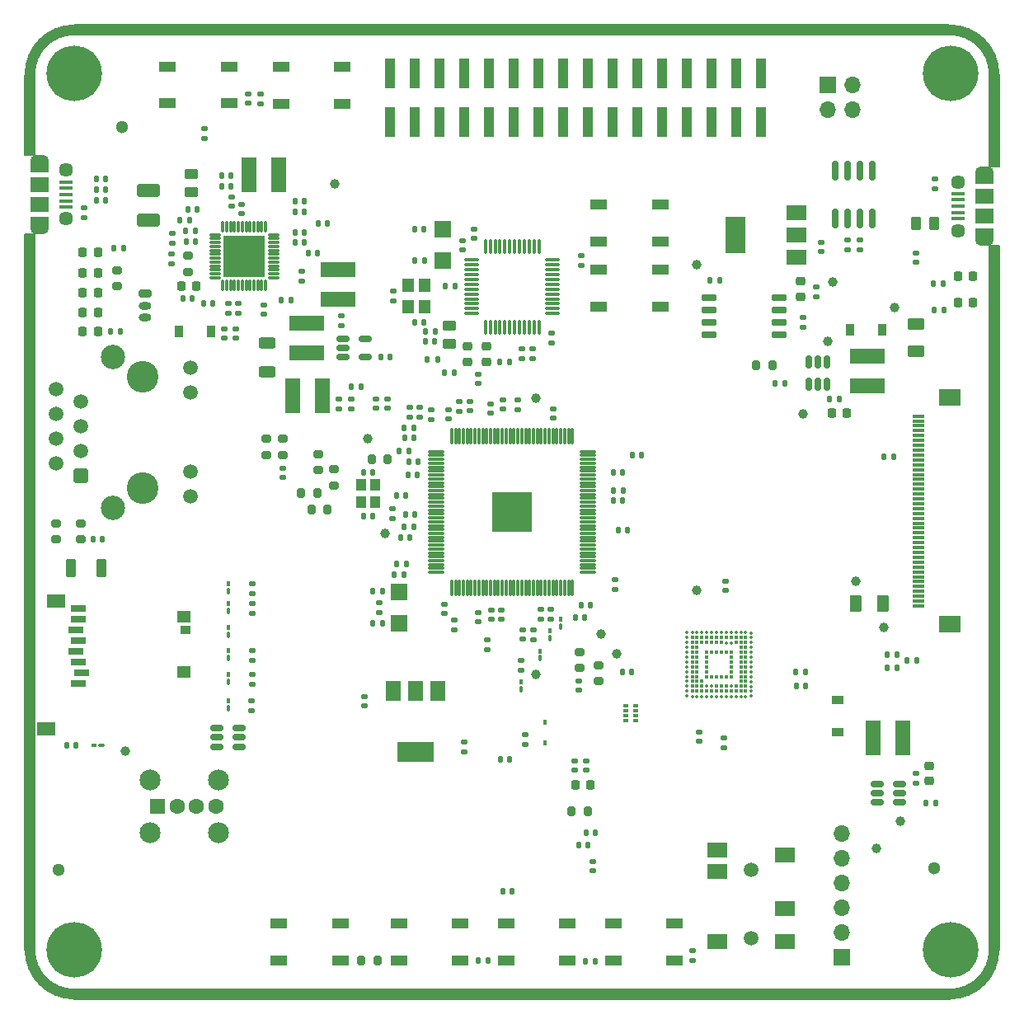
<source format=gbr>
%TF.GenerationSoftware,KiCad,Pcbnew,(6.0.8)*%
%TF.CreationDate,2023-03-24T20:25:16-04:00*%
%TF.ProjectId,lb_mp1,6c625f6d-7031-42e6-9b69-6361645f7063,rev?*%
%TF.SameCoordinates,Original*%
%TF.FileFunction,Soldermask,Top*%
%TF.FilePolarity,Negative*%
%FSLAX46Y46*%
G04 Gerber Fmt 4.6, Leading zero omitted, Abs format (unit mm)*
G04 Created by KiCad (PCBNEW (6.0.8)) date 2023-03-24 20:25:16*
%MOMM*%
%LPD*%
G01*
G04 APERTURE LIST*
G04 Aperture macros list*
%AMRoundRect*
0 Rectangle with rounded corners*
0 $1 Rounding radius*
0 $2 $3 $4 $5 $6 $7 $8 $9 X,Y pos of 4 corners*
0 Add a 4 corners polygon primitive as box body*
4,1,4,$2,$3,$4,$5,$6,$7,$8,$9,$2,$3,0*
0 Add four circle primitives for the rounded corners*
1,1,$1+$1,$2,$3*
1,1,$1+$1,$4,$5*
1,1,$1+$1,$6,$7*
1,1,$1+$1,$8,$9*
0 Add four rect primitives between the rounded corners*
20,1,$1+$1,$2,$3,$4,$5,0*
20,1,$1+$1,$4,$5,$6,$7,0*
20,1,$1+$1,$6,$7,$8,$9,0*
20,1,$1+$1,$8,$9,$2,$3,0*%
G04 Aperture macros list end*
%ADD10C,1.140000*%
%ADD11C,0.150000*%
%ADD12C,1.300000*%
%ADD13RoundRect,0.135000X0.135000X0.185000X-0.135000X0.185000X-0.135000X-0.185000X0.135000X-0.185000X0*%
%ADD14RoundRect,0.150000X-0.150000X0.825000X-0.150000X-0.825000X0.150000X-0.825000X0.150000X0.825000X0*%
%ADD15RoundRect,0.135000X-0.185000X0.135000X-0.185000X-0.135000X0.185000X-0.135000X0.185000X0.135000X0*%
%ADD16RoundRect,0.200000X-0.275000X0.200000X-0.275000X-0.200000X0.275000X-0.200000X0.275000X0.200000X0*%
%ADD17RoundRect,0.200000X-0.450000X0.200000X-0.450000X-0.200000X0.450000X-0.200000X0.450000X0.200000X0*%
%ADD18O,1.300000X0.800000*%
%ADD19RoundRect,0.135000X-0.135000X-0.185000X0.135000X-0.185000X0.135000X0.185000X-0.135000X0.185000X0*%
%ADD20RoundRect,0.140000X0.140000X0.170000X-0.140000X0.170000X-0.140000X-0.170000X0.140000X-0.170000X0*%
%ADD21R,1.700000X1.000000*%
%ADD22RoundRect,0.140000X0.170000X-0.140000X0.170000X0.140000X-0.170000X0.140000X-0.170000X-0.140000X0*%
%ADD23RoundRect,0.200000X0.275000X-0.200000X0.275000X0.200000X-0.275000X0.200000X-0.275000X-0.200000X0*%
%ADD24RoundRect,0.140000X-0.140000X-0.170000X0.140000X-0.170000X0.140000X0.170000X-0.140000X0.170000X0*%
%ADD25O,0.490000X0.280000*%
%ADD26O,0.280000X0.490000*%
%ADD27C,0.370000*%
%ADD28RoundRect,0.135000X0.185000X-0.135000X0.185000X0.135000X-0.185000X0.135000X-0.185000X-0.135000X0*%
%ADD29C,1.500000*%
%ADD30R,2.000000X1.500000*%
%ADD31R,1.600000X1.600000*%
%ADD32C,1.600000*%
%ADD33C,2.150000*%
%ADD34C,5.700000*%
%ADD35RoundRect,0.250000X0.925000X-0.412500X0.925000X0.412500X-0.925000X0.412500X-0.925000X-0.412500X0*%
%ADD36C,1.000000*%
%ADD37RoundRect,0.140000X-0.170000X0.140000X-0.170000X-0.140000X0.170000X-0.140000X0.170000X0.140000X0*%
%ADD38RoundRect,0.100000X0.100000X-0.150000X0.100000X0.150000X-0.100000X0.150000X-0.100000X-0.150000X0*%
%ADD39RoundRect,0.100000X0.100000X-0.208500X0.100000X0.208500X-0.100000X0.208500X-0.100000X-0.208500X0*%
%ADD40R,1.300000X0.300000*%
%ADD41R,2.200000X1.800000*%
%ADD42R,3.600000X1.500000*%
%ADD43R,1.000000X3.150000*%
%ADD44O,1.700000X1.700000*%
%ADD45R,1.700000X1.700000*%
%ADD46R,1.350000X0.400000*%
%ADD47R,1.900000X1.200000*%
%ADD48R,1.900000X1.500000*%
%ADD49C,1.450000*%
%ADD50O,1.900000X1.200000*%
%ADD51R,1.800000X1.750000*%
%ADD52C,3.250000*%
%ADD53RoundRect,0.250500X0.499500X-0.499500X0.499500X0.499500X-0.499500X0.499500X-0.499500X-0.499500X0*%
%ADD54C,2.500000*%
%ADD55RoundRect,0.218750X-0.218750X-0.256250X0.218750X-0.256250X0.218750X0.256250X-0.218750X0.256250X0*%
%ADD56R,0.900000X1.200000*%
%ADD57R,1.500000X0.800000*%
%ADD58R,1.400000X1.300000*%
%ADD59R,1.900000X1.400000*%
%ADD60R,1.000000X0.950000*%
%ADD61R,2.000000X3.800000*%
%ADD62RoundRect,0.050800X0.500000X0.100000X-0.500000X0.100000X-0.500000X-0.100000X0.500000X-0.100000X0*%
%ADD63RoundRect,0.050800X-0.100000X0.500000X-0.100000X-0.500000X0.100000X-0.500000X0.100000X0.500000X0*%
%ADD64RoundRect,0.050800X-0.500000X-0.100000X0.500000X-0.100000X0.500000X0.100000X-0.500000X0.100000X0*%
%ADD65RoundRect,0.050800X0.100000X-0.500000X0.100000X0.500000X-0.100000X0.500000X-0.100000X-0.500000X0*%
%ADD66C,0.711200*%
%ADD67RoundRect,0.250000X-0.625000X0.312500X-0.625000X-0.312500X0.625000X-0.312500X0.625000X0.312500X0*%
%ADD68R,1.500000X3.600000*%
%ADD69RoundRect,0.150000X0.512500X0.150000X-0.512500X0.150000X-0.512500X-0.150000X0.512500X-0.150000X0*%
%ADD70RoundRect,0.150000X-0.650000X-0.150000X0.650000X-0.150000X0.650000X0.150000X-0.650000X0.150000X0*%
%ADD71R,1.200000X1.400000*%
%ADD72RoundRect,0.200000X-0.200000X-0.275000X0.200000X-0.275000X0.200000X0.275000X-0.200000X0.275000X0*%
%ADD73R,1.500000X2.000000*%
%ADD74R,3.800000X2.000000*%
%ADD75RoundRect,0.200000X0.200000X0.275000X-0.200000X0.275000X-0.200000X-0.275000X0.200000X-0.275000X0*%
%ADD76RoundRect,0.225000X0.250000X-0.225000X0.250000X0.225000X-0.250000X0.225000X-0.250000X-0.225000X0*%
%ADD77RoundRect,0.100000X0.150000X0.100000X-0.150000X0.100000X-0.150000X-0.100000X0.150000X-0.100000X0*%
%ADD78RoundRect,0.100000X0.208500X0.100000X-0.208500X0.100000X-0.208500X-0.100000X0.208500X-0.100000X0*%
%ADD79RoundRect,0.075000X-0.662500X-0.075000X0.662500X-0.075000X0.662500X0.075000X-0.662500X0.075000X0*%
%ADD80RoundRect,0.075000X-0.075000X-0.662500X0.075000X-0.662500X0.075000X0.662500X-0.075000X0.662500X0*%
%ADD81RoundRect,0.225000X0.225000X0.250000X-0.225000X0.250000X-0.225000X-0.250000X0.225000X-0.250000X0*%
%ADD82RoundRect,0.250000X0.275000X0.700000X-0.275000X0.700000X-0.275000X-0.700000X0.275000X-0.700000X0*%
%ADD83RoundRect,0.218750X0.256250X-0.218750X0.256250X0.218750X-0.256250X0.218750X-0.256250X-0.218750X0*%
%ADD84RoundRect,0.150000X-0.150000X0.512500X-0.150000X-0.512500X0.150000X-0.512500X0.150000X0.512500X0*%
%ADD85RoundRect,0.250000X-0.450000X0.262500X-0.450000X-0.262500X0.450000X-0.262500X0.450000X0.262500X0*%
%ADD86RoundRect,0.250000X0.262500X0.450000X-0.262500X0.450000X-0.262500X-0.450000X0.262500X-0.450000X0*%
%ADD87RoundRect,0.150000X-0.512500X-0.150000X0.512500X-0.150000X0.512500X0.150000X-0.512500X0.150000X0*%
%ADD88R,0.450000X0.600000*%
%ADD89R,0.500000X0.320000*%
%ADD90RoundRect,0.250000X0.375000X0.625000X-0.375000X0.625000X-0.375000X-0.625000X0.375000X-0.625000X0*%
%ADD91R,1.000000X1.150000*%
%ADD92RoundRect,0.225000X-0.225000X-0.250000X0.225000X-0.250000X0.225000X0.250000X-0.225000X0.250000X0*%
%ADD93R,1.200000X0.900000*%
%ADD94RoundRect,0.250000X0.625000X-0.375000X0.625000X0.375000X-0.625000X0.375000X-0.625000X-0.375000X0*%
%ADD95RoundRect,0.050800X0.800000X-0.123750X0.800000X0.123750X-0.800000X0.123750X-0.800000X-0.123750X0*%
%ADD96RoundRect,0.050800X0.123750X-0.800000X0.123750X0.800000X-0.123750X0.800000X-0.123750X-0.800000X0*%
G04 APERTURE END LIST*
D10*
X104440000Y-47160000D02*
G75*
G03*
X99940000Y-51660000I0J-4500000D01*
G01*
X194440000Y-146160000D02*
G75*
G03*
X198940000Y-141660000I0J4500000D01*
G01*
D11*
X199440000Y-141600000D02*
X198440000Y-141600000D01*
X198440000Y-141600000D02*
X198440000Y-69310000D01*
X198440000Y-69310000D02*
X199440000Y-69310000D01*
X199440000Y-69310000D02*
X199440000Y-141600000D01*
G36*
X199440000Y-141600000D02*
G01*
X198440000Y-141600000D01*
X198440000Y-69310000D01*
X199440000Y-69310000D01*
X199440000Y-141600000D01*
G37*
X100440000Y-59980000D02*
X99440000Y-59980000D01*
X99440000Y-59980000D02*
X99440000Y-51780000D01*
X99440000Y-51780000D02*
X100440000Y-51780000D01*
X100440000Y-51780000D02*
X100440000Y-59980000D01*
G36*
X100440000Y-59980000D02*
G01*
X99440000Y-59980000D01*
X99440000Y-51780000D01*
X100440000Y-51780000D01*
X100440000Y-59980000D01*
G37*
D10*
X99940000Y-141660000D02*
G75*
G03*
X104440000Y-146160000I4500000J0D01*
G01*
X198940000Y-51650022D02*
G75*
G03*
X194430000Y-47160000I-4500000J-9978D01*
G01*
D11*
X199440000Y-61180000D02*
X198440000Y-61180000D01*
X198440000Y-61180000D02*
X198440000Y-51730000D01*
X198440000Y-51730000D02*
X199440000Y-51730000D01*
X199440000Y-51730000D02*
X199440000Y-61180000D01*
G36*
X199440000Y-61180000D02*
G01*
X198440000Y-61180000D01*
X198440000Y-51730000D01*
X199440000Y-51730000D01*
X199440000Y-61180000D01*
G37*
X194340000Y-47660000D02*
X104520000Y-47660000D01*
X104520000Y-47660000D02*
X104520000Y-46660000D01*
X104520000Y-46660000D02*
X194340000Y-46660000D01*
X194340000Y-46660000D02*
X194340000Y-47660000D01*
G36*
X194340000Y-47660000D02*
G01*
X104520000Y-47660000D01*
X104520000Y-46660000D01*
X194340000Y-46660000D01*
X194340000Y-47660000D01*
G37*
X99440000Y-68120000D02*
X100440000Y-68120000D01*
X100440000Y-68120000D02*
X100440000Y-141590000D01*
X100440000Y-141590000D02*
X99440000Y-141590000D01*
X99440000Y-141590000D02*
X99440000Y-68120000D01*
G36*
X99440000Y-68120000D02*
G01*
X100440000Y-68120000D01*
X100440000Y-141590000D01*
X99440000Y-141590000D01*
X99440000Y-68120000D01*
G37*
X104510000Y-146660000D02*
X194390000Y-146660000D01*
X194390000Y-146660000D02*
X194390000Y-145660000D01*
X194390000Y-145660000D02*
X104510000Y-145660000D01*
X104510000Y-145660000D02*
X104510000Y-146660000D01*
G36*
X104510000Y-146660000D02*
G01*
X194390000Y-146660000D01*
X194390000Y-145660000D01*
X104510000Y-145660000D01*
X104510000Y-146660000D01*
G37*
%TO.C,U2*%
G36*
X124040000Y-72490000D02*
G01*
X119840000Y-72490000D01*
X119840000Y-68290000D01*
X124040000Y-68290000D01*
X124040000Y-72490000D01*
G37*
%TO.C,U8*%
G36*
X151440000Y-98660000D02*
G01*
X147440000Y-98660000D01*
X147440000Y-94660000D01*
X151440000Y-94660000D01*
X151440000Y-98660000D01*
G37*
%TD*%
D12*
%TO.C,*%
X192790000Y-133240000D03*
%TD*%
%TO.C,*%
X102860000Y-133400000D03*
%TD*%
%TO.C,REF\u002A\u002A*%
X109400000Y-57100000D03*
%TD*%
D13*
%TO.C,R64*%
X158000000Y-142800000D03*
X156980000Y-142800000D03*
%TD*%
D14*
%TO.C,U4*%
X186445000Y-61585000D03*
X185175000Y-61585000D03*
X183905000Y-61585000D03*
X182635000Y-61585000D03*
X182635000Y-66535000D03*
X183905000Y-66535000D03*
X185175000Y-66535000D03*
X186445000Y-66535000D03*
%TD*%
D15*
%TO.C,R65*%
X150800000Y-119490000D03*
X150800000Y-120510000D03*
%TD*%
D16*
%TO.C,R58*%
X158300000Y-112375000D03*
X158300000Y-114025000D03*
%TD*%
D17*
%TO.C,J3*%
X111790000Y-74210000D03*
D18*
X111790000Y-75460000D03*
X111790000Y-76710000D03*
%TD*%
D15*
%TO.C,R5*%
X105490000Y-65400000D03*
X105490000Y-66420000D03*
%TD*%
D19*
%TO.C,R31*%
X192730000Y-73180000D03*
X193750000Y-73180000D03*
%TD*%
D20*
%TO.C,C3*%
X120600000Y-62110000D03*
X119640000Y-62110000D03*
%TD*%
D21*
%TO.C,SW2*%
X114060000Y-54700000D03*
X120360000Y-54700000D03*
X114060000Y-50900000D03*
X120360000Y-50900000D03*
%TD*%
D22*
%TO.C,C41*%
X144020000Y-86310000D03*
X144020000Y-85350000D03*
%TD*%
D23*
%TO.C,R52*%
X156340000Y-112685000D03*
X156340000Y-111035000D03*
%TD*%
D20*
%TO.C,C76*%
X138510000Y-94950000D03*
X137550000Y-94950000D03*
%TD*%
D24*
%TO.C,C18*%
X116130000Y-65590000D03*
X117090000Y-65590000D03*
%TD*%
D25*
%TO.C,U9*%
X167380000Y-115560000D03*
X167380000Y-115060000D03*
X167380000Y-114560000D03*
X167380000Y-114060000D03*
X167380000Y-113560000D03*
X167380000Y-113060000D03*
X167380000Y-112560000D03*
X167380000Y-112060000D03*
X167380000Y-111560000D03*
X167380000Y-111060000D03*
X167380000Y-110560000D03*
X167380000Y-110060000D03*
X167380000Y-109560000D03*
X167380000Y-109060000D03*
D26*
X167940000Y-115620000D03*
D27*
X167940000Y-115060000D03*
X167940000Y-114560000D03*
X167940000Y-114060000D03*
X167940000Y-113560000D03*
X167940000Y-113060000D03*
X167940000Y-112560000D03*
X167940000Y-112060000D03*
X167940000Y-111560000D03*
X167940000Y-111060000D03*
X167940000Y-110560000D03*
X167940000Y-110060000D03*
X167940000Y-109560000D03*
D26*
X167940000Y-109000000D03*
X168440000Y-115620000D03*
D27*
X168440000Y-115060000D03*
X168440000Y-114560000D03*
X168440000Y-114060000D03*
X168440000Y-113560000D03*
X168440000Y-113060000D03*
X168440000Y-112560000D03*
X168440000Y-112060000D03*
X168440000Y-111560000D03*
X168440000Y-111060000D03*
X168440000Y-110560000D03*
X168440000Y-110060000D03*
X168440000Y-109560000D03*
D26*
X168440000Y-109000000D03*
X168940000Y-115620000D03*
D27*
X168940000Y-115060000D03*
X168940000Y-114560000D03*
X168940000Y-114060000D03*
X168940000Y-110060000D03*
X168940000Y-109560000D03*
D26*
X168940000Y-109000000D03*
X169440000Y-115620000D03*
D27*
X169440000Y-115060000D03*
D26*
X169440000Y-114500000D03*
D27*
X169440000Y-113560000D03*
X169440000Y-113060000D03*
X169440000Y-112560000D03*
X169440000Y-112060000D03*
X169440000Y-111560000D03*
X169440000Y-111060000D03*
X169440000Y-110060000D03*
X169440000Y-109560000D03*
D26*
X169440000Y-109000000D03*
X169940000Y-115620000D03*
D27*
X169940000Y-115060000D03*
D26*
X169940000Y-114500000D03*
D27*
X169940000Y-113560000D03*
X169940000Y-111060000D03*
X169940000Y-110060000D03*
X169940000Y-109560000D03*
D26*
X169940000Y-109000000D03*
X170440000Y-115620000D03*
D27*
X170440000Y-115060000D03*
X170440000Y-114560000D03*
X170440000Y-113560000D03*
X170440000Y-111060000D03*
X170440000Y-110060000D03*
X170440000Y-109560000D03*
D26*
X170440000Y-109000000D03*
X170940000Y-115620000D03*
D27*
X170940000Y-115060000D03*
X170940000Y-114560000D03*
X170940000Y-113560000D03*
X170940000Y-111060000D03*
X170940000Y-110060000D03*
X170940000Y-109560000D03*
D26*
X170940000Y-109000000D03*
X171440000Y-115620000D03*
D27*
X171440000Y-115060000D03*
X171440000Y-114560000D03*
X171440000Y-113560000D03*
X171440000Y-111060000D03*
D26*
X171440000Y-110120000D03*
D27*
X171440000Y-109560000D03*
D26*
X171440000Y-109000000D03*
X171940000Y-115620000D03*
D27*
X171940000Y-115060000D03*
D26*
X171940000Y-114500000D03*
D27*
X171940000Y-113560000D03*
X171940000Y-113060000D03*
X171940000Y-112560000D03*
X171940000Y-112060000D03*
X171940000Y-111560000D03*
X171940000Y-111060000D03*
D26*
X171940000Y-110120000D03*
D27*
X171940000Y-109560000D03*
D26*
X171940000Y-109000000D03*
X172440000Y-115620000D03*
D27*
X172440000Y-115060000D03*
X172440000Y-114560000D03*
X172440000Y-110060000D03*
X172440000Y-109560000D03*
D26*
X172440000Y-109000000D03*
X172940000Y-115620000D03*
D27*
X172940000Y-115060000D03*
X172940000Y-114560000D03*
X172940000Y-114060000D03*
X172940000Y-113560000D03*
X172940000Y-113060000D03*
X172940000Y-112560000D03*
X172940000Y-112060000D03*
X172940000Y-111560000D03*
X172940000Y-111060000D03*
X172940000Y-110560000D03*
X172940000Y-110060000D03*
X172940000Y-109560000D03*
D26*
X172940000Y-109000000D03*
X173440000Y-115620000D03*
D27*
X173440000Y-115060000D03*
X173440000Y-114560000D03*
X173440000Y-114060000D03*
X173440000Y-113560000D03*
X173440000Y-113060000D03*
X173440000Y-112560000D03*
X173440000Y-112060000D03*
X173440000Y-111560000D03*
X173440000Y-111060000D03*
X173440000Y-110560000D03*
X173440000Y-110060000D03*
X173440000Y-109560000D03*
D26*
X173440000Y-109000000D03*
D25*
X174000000Y-115570000D03*
X174000000Y-115070000D03*
X174000000Y-114570000D03*
X174000000Y-114070000D03*
X174000000Y-113570000D03*
X174000000Y-113070000D03*
X174000000Y-112570000D03*
X174000000Y-112070000D03*
X174000000Y-111570000D03*
X174000000Y-111070000D03*
X174000000Y-110570000D03*
X174000000Y-110070000D03*
X174000000Y-109570000D03*
X174000000Y-109070000D03*
%TD*%
D20*
%TO.C,C63*%
X139820000Y-91460000D03*
X138860000Y-91460000D03*
%TD*%
D28*
%TO.C,R50*%
X153390000Y-107660000D03*
X153390000Y-106640000D03*
%TD*%
D24*
%TO.C,C104*%
X156270000Y-130830000D03*
X157230000Y-130830000D03*
%TD*%
D19*
%TO.C,R9*%
X132950000Y-83830000D03*
X133970000Y-83830000D03*
%TD*%
D24*
%TO.C,C45*%
X140590000Y-78150000D03*
X141550000Y-78150000D03*
%TD*%
D19*
%TO.C,R19*%
X142550000Y-73460000D03*
X143570000Y-73460000D03*
%TD*%
D29*
%TO.C,J9*%
X174000000Y-140415000D03*
X174000000Y-133415000D03*
D30*
X177500000Y-140815000D03*
X170500000Y-140815000D03*
X177500000Y-137415000D03*
X170500000Y-133615000D03*
X170500000Y-131415000D03*
X177500000Y-131915000D03*
%TD*%
D20*
%TO.C,C2*%
X120600000Y-63240000D03*
X119640000Y-63240000D03*
%TD*%
D31*
%TO.C,J8*%
X113030000Y-126860000D03*
D32*
X115030000Y-126860000D03*
X117030000Y-126860000D03*
X119030000Y-126860000D03*
D33*
X119300000Y-124140000D03*
X119300000Y-129580000D03*
X112300000Y-124140000D03*
X112300000Y-129580000D03*
%TD*%
D23*
%TO.C,R10*%
X116140000Y-71985000D03*
X116140000Y-70335000D03*
%TD*%
D20*
%TO.C,C64*%
X139330000Y-98190000D03*
X138370000Y-98190000D03*
%TD*%
D16*
%TO.C,R34*%
X131180000Y-92275000D03*
X131180000Y-93925000D03*
%TD*%
D24*
%TO.C,C12*%
X135940000Y-80760000D03*
X136900000Y-80760000D03*
%TD*%
D34*
%TO.C,H1*%
X104440000Y-51660000D03*
%TD*%
D35*
%TO.C,C6*%
X112140000Y-66697500D03*
X112140000Y-63622500D03*
%TD*%
D36*
%TO.C,TP1*%
X131220000Y-62990000D03*
%TD*%
D19*
%TO.C,R20*%
X140760000Y-81000000D03*
X141780000Y-81000000D03*
%TD*%
D13*
%TO.C,R21*%
X143520000Y-82370000D03*
X142500000Y-82370000D03*
%TD*%
D16*
%TO.C,R35*%
X125870000Y-89135000D03*
X125870000Y-90785000D03*
%TD*%
D36*
%TO.C,TP17*%
X186900000Y-131180000D03*
%TD*%
D28*
%TO.C,R49*%
X146860000Y-110800000D03*
X146860000Y-109780000D03*
%TD*%
D16*
%TO.C,R36*%
X129520000Y-90725000D03*
X129520000Y-92375000D03*
%TD*%
D22*
%TO.C,C13*%
X135470000Y-86030000D03*
X135470000Y-85070000D03*
%TD*%
D34*
%TO.C,H4*%
X194440000Y-141660000D03*
%TD*%
D37*
%TO.C,C81*%
X143500000Y-107780000D03*
X143500000Y-108740000D03*
%TD*%
D38*
%TO.C,D17*%
X154440000Y-107640000D03*
D39*
X154440000Y-108388500D03*
%TD*%
D37*
%TO.C,C78*%
X145940000Y-106990000D03*
X145940000Y-107950000D03*
%TD*%
D22*
%TO.C,C51*%
X145960000Y-83460000D03*
X145960000Y-82500000D03*
%TD*%
D20*
%TO.C,C16*%
X118720000Y-75260000D03*
X117760000Y-75260000D03*
%TD*%
D37*
%TO.C,C4*%
X122340000Y-53730000D03*
X122340000Y-54690000D03*
%TD*%
D20*
%TO.C,C65*%
X139720000Y-92860000D03*
X138760000Y-92860000D03*
%TD*%
D40*
%TO.C,U10*%
X191140000Y-106310000D03*
X191140000Y-105810000D03*
X191140000Y-105310000D03*
X191140000Y-104810000D03*
X191140000Y-104310000D03*
X191140000Y-103810000D03*
X191140000Y-103310000D03*
X191140000Y-102810000D03*
X191140000Y-102310000D03*
X191140000Y-101810000D03*
X191140000Y-101310000D03*
X191140000Y-100810000D03*
X191140000Y-100310000D03*
X191140000Y-99810000D03*
X191140000Y-99310000D03*
X191140000Y-98810000D03*
X191140000Y-98310000D03*
X191140000Y-97810000D03*
X191140000Y-97310000D03*
X191140000Y-96810000D03*
X191140000Y-96310000D03*
X191140000Y-95810000D03*
X191140000Y-95310000D03*
X191140000Y-94810000D03*
X191140000Y-94310000D03*
X191140000Y-93810000D03*
X191140000Y-93310000D03*
X191140000Y-92810000D03*
X191140000Y-92310000D03*
X191140000Y-91810000D03*
X191140000Y-91310000D03*
X191140000Y-90810000D03*
X191140000Y-90310000D03*
X191140000Y-89810000D03*
X191140000Y-89310000D03*
X191140000Y-88810000D03*
X191140000Y-88310000D03*
X191140000Y-87810000D03*
X191140000Y-87310000D03*
X191140000Y-86810000D03*
D41*
X194390000Y-84910000D03*
X194390000Y-108210000D03*
%TD*%
D15*
%TO.C,R1*%
X123640000Y-53700000D03*
X123640000Y-54720000D03*
%TD*%
D24*
%TO.C,C20*%
X127130000Y-69000000D03*
X128090000Y-69000000D03*
%TD*%
D21*
%TO.C,SW8*%
X166150000Y-142700000D03*
X159850000Y-142700000D03*
X166150000Y-138900000D03*
X159850000Y-138900000D03*
%TD*%
D13*
%TO.C,R15*%
X139400000Y-87990000D03*
X138380000Y-87990000D03*
%TD*%
D42*
%TO.C,L3*%
X128320000Y-77245000D03*
X128320000Y-80295000D03*
%TD*%
D43*
%TO.C,J1*%
X136906000Y-56627000D03*
X136906000Y-51577000D03*
X139446000Y-56627000D03*
X139446000Y-51577000D03*
X141986000Y-56627000D03*
X141986000Y-51577000D03*
X144526000Y-56627000D03*
X144526000Y-51577000D03*
X147066000Y-56627000D03*
X147066000Y-51577000D03*
X149606000Y-56627000D03*
X149606000Y-51577000D03*
X152146000Y-56627000D03*
X152146000Y-51577000D03*
X154686000Y-56627000D03*
X154686000Y-51577000D03*
X157226000Y-56627000D03*
X157226000Y-51577000D03*
X159766000Y-56627000D03*
X159766000Y-51577000D03*
X162306000Y-56627000D03*
X162306000Y-51577000D03*
X164846000Y-56627000D03*
X164846000Y-51577000D03*
X167386000Y-56627000D03*
X167386000Y-51577000D03*
X169926000Y-56627000D03*
X169926000Y-51577000D03*
X172466000Y-56627000D03*
X172466000Y-51577000D03*
X175006000Y-56627000D03*
X175006000Y-51577000D03*
%TD*%
D22*
%TO.C,C52*%
X150040000Y-86140000D03*
X150040000Y-85180000D03*
%TD*%
%TO.C,C28*%
X120640000Y-65240000D03*
X120640000Y-64280000D03*
%TD*%
D34*
%TO.C,H3*%
X104440000Y-141660000D03*
%TD*%
D15*
%TO.C,R22*%
X150440000Y-79870000D03*
X150440000Y-80890000D03*
%TD*%
D44*
%TO.C,J10*%
X183300000Y-129650000D03*
X183300000Y-132190000D03*
X183300000Y-134730000D03*
X183300000Y-137270000D03*
X183300000Y-139810000D03*
D45*
X183300000Y-142350000D03*
%TD*%
D46*
%TO.C,J4*%
X103602500Y-62760000D03*
X103602500Y-63410000D03*
X103602500Y-64060000D03*
X103602500Y-64710000D03*
X103602500Y-65360000D03*
D47*
X100902500Y-61160000D03*
D48*
X100902500Y-65060000D03*
D49*
X103602500Y-66560000D03*
D47*
X100902500Y-66960000D03*
D50*
X100902500Y-67560000D03*
D48*
X100902500Y-63060000D03*
D49*
X103602500Y-61560000D03*
D50*
X100902500Y-60560000D03*
%TD*%
D51*
%TO.C,Y2*%
X142310000Y-70855000D03*
X142310000Y-67605000D03*
%TD*%
D15*
%TO.C,R23*%
X151520000Y-79880000D03*
X151520000Y-80900000D03*
%TD*%
D24*
%TO.C,C5*%
X106770000Y-63580000D03*
X107730000Y-63580000D03*
%TD*%
D37*
%TO.C,C103*%
X157700000Y-132520000D03*
X157700000Y-133480000D03*
%TD*%
D42*
%TO.C,L2*%
X131550000Y-71795000D03*
X131550000Y-74845000D03*
%TD*%
D52*
%TO.C,J7*%
X111527500Y-94175000D03*
X111527500Y-82745000D03*
D53*
X105167500Y-92900000D03*
D29*
X102627500Y-91640000D03*
X105167500Y-90360000D03*
X102627500Y-89100000D03*
X105167500Y-87820000D03*
X102627500Y-86560000D03*
X105167500Y-85280000D03*
X102627500Y-84020000D03*
X116427500Y-95085000D03*
X116427500Y-92545000D03*
X116427500Y-84375000D03*
X116427500Y-81835000D03*
D54*
X108477500Y-96205000D03*
X108477500Y-80715000D03*
%TD*%
D20*
%TO.C,C30*%
X130500000Y-67000000D03*
X129540000Y-67000000D03*
%TD*%
D55*
%TO.C,D11*%
X195232500Y-75190000D03*
X196807500Y-75190000D03*
%TD*%
D56*
%TO.C,D9*%
X187490000Y-77960000D03*
X184190000Y-77960000D03*
%TD*%
D22*
%TO.C,C21*%
X136650000Y-86020000D03*
X136650000Y-85060000D03*
%TD*%
D57*
%TO.C,J6*%
X104880000Y-114300000D03*
X105280000Y-113200000D03*
X104880000Y-112100000D03*
X104680000Y-111000000D03*
X104880000Y-109900000D03*
X104680000Y-108800000D03*
X104880000Y-107700000D03*
X104880000Y-106600000D03*
D58*
X115740000Y-107410000D03*
X115740000Y-113110000D03*
D59*
X102590000Y-105810000D03*
X101590000Y-118960000D03*
D60*
X115940000Y-108800000D03*
%TD*%
D46*
%TO.C,J5*%
X195277500Y-66560000D03*
X195277500Y-65910000D03*
X195277500Y-65260000D03*
X195277500Y-64610000D03*
X195277500Y-63960000D03*
D50*
X197977500Y-61760000D03*
D49*
X195277500Y-62760000D03*
D50*
X197977500Y-68760000D03*
D47*
X197977500Y-68160000D03*
D48*
X197977500Y-64260000D03*
D49*
X195277500Y-67760000D03*
D48*
X197977500Y-66260000D03*
D47*
X197977500Y-62360000D03*
%TD*%
D22*
%TO.C,C90*%
X142510000Y-107080000D03*
X142510000Y-106120000D03*
%TD*%
D20*
%TO.C,C66*%
X138570000Y-102000000D03*
X137610000Y-102000000D03*
%TD*%
D38*
%TO.C,D19*%
X153310000Y-108850000D03*
D39*
X153310000Y-109598500D03*
%TD*%
D38*
%TO.C,D18*%
X152340000Y-110940000D03*
D39*
X152340000Y-111688500D03*
%TD*%
D37*
%TO.C,C9*%
X121080000Y-77870000D03*
X121080000Y-78830000D03*
%TD*%
D24*
%TO.C,C53*%
X140560000Y-79130000D03*
X141520000Y-79130000D03*
%TD*%
D37*
%TO.C,C101*%
X134300000Y-115620000D03*
X134300000Y-116580000D03*
%TD*%
D30*
%TO.C,U7*%
X178680000Y-70520000D03*
D61*
X172380000Y-68220000D03*
D30*
X178680000Y-68220000D03*
X178680000Y-65920000D03*
%TD*%
D62*
%TO.C,U2*%
X124940000Y-72590000D03*
X124940000Y-72190000D03*
X124940000Y-71790000D03*
X124940000Y-71390000D03*
X124940000Y-70990000D03*
X124940000Y-70590000D03*
X124940000Y-70190000D03*
X124940000Y-69790000D03*
X124940000Y-69390000D03*
X124940000Y-68990000D03*
X124940000Y-68590000D03*
X124940000Y-68190000D03*
D63*
X124140000Y-67390000D03*
X123740000Y-67390000D03*
X123340000Y-67390000D03*
X122940000Y-67390000D03*
X122540000Y-67390000D03*
X122140000Y-67390000D03*
X121740000Y-67390000D03*
X121340000Y-67390000D03*
X120940000Y-67390000D03*
X120540000Y-67390000D03*
X120140000Y-67390000D03*
X119740000Y-67390000D03*
D64*
X118940000Y-68190000D03*
X118940000Y-68590000D03*
X118940000Y-68990000D03*
X118940000Y-69390000D03*
X118940000Y-69790000D03*
X118940000Y-70190000D03*
X118940000Y-70590000D03*
X118940000Y-70990000D03*
X118940000Y-71390000D03*
X118940000Y-71790000D03*
X118940000Y-72190000D03*
X118940000Y-72590000D03*
D65*
X119740000Y-73390000D03*
X120140000Y-73390000D03*
X120540000Y-73390000D03*
X120940000Y-73390000D03*
X121340000Y-73390000D03*
X121740000Y-73390000D03*
X122140000Y-73390000D03*
X122540000Y-73390000D03*
X122940000Y-73390000D03*
X123340000Y-73390000D03*
X123740000Y-73390000D03*
X124140000Y-73390000D03*
D66*
X123140000Y-71590000D03*
X121940000Y-71590000D03*
X120740000Y-71590000D03*
X123140000Y-70390000D03*
X121940000Y-70390000D03*
X120740000Y-70390000D03*
X123140000Y-69190000D03*
X121940000Y-69190000D03*
X120740000Y-69190000D03*
%TD*%
D37*
%TO.C,C87*%
X150520000Y-108770000D03*
X150520000Y-109730000D03*
%TD*%
D24*
%TO.C,C67*%
X134190000Y-92570000D03*
X135150000Y-92570000D03*
%TD*%
D37*
%TO.C,C15*%
X137230000Y-73990000D03*
X137230000Y-74950000D03*
%TD*%
%TO.C,C68*%
X137200000Y-96350000D03*
X137200000Y-97310000D03*
%TD*%
D67*
%TO.C,R13*%
X124330000Y-79307500D03*
X124330000Y-82232500D03*
%TD*%
D55*
%TO.C,D2*%
X105352500Y-72150000D03*
X106927500Y-72150000D03*
%TD*%
D20*
%TO.C,C11*%
X126720000Y-74860000D03*
X125760000Y-74860000D03*
%TD*%
D15*
%TO.C,R59*%
X168000000Y-141690000D03*
X168000000Y-142710000D03*
%TD*%
%TO.C,R3*%
X117840000Y-57250000D03*
X117840000Y-58270000D03*
%TD*%
D68*
%TO.C,L4*%
X126885000Y-84760000D03*
X129935000Y-84760000D03*
%TD*%
D36*
%TO.C,TP18*%
X189300000Y-128420000D03*
%TD*%
D22*
%TO.C,C37*%
X147240000Y-86540000D03*
X147240000Y-85580000D03*
%TD*%
D38*
%TO.C,D12*%
X120340000Y-104040000D03*
D39*
X120340000Y-104788500D03*
%TD*%
D55*
%TO.C,D3*%
X105322500Y-70030000D03*
X106897500Y-70030000D03*
%TD*%
D24*
%TO.C,C86*%
X159840000Y-92580000D03*
X160800000Y-92580000D03*
%TD*%
D28*
%TO.C,R11*%
X132890000Y-86070000D03*
X132890000Y-85050000D03*
%TD*%
D13*
%TO.C,R56*%
X191040000Y-111930000D03*
X190020000Y-111930000D03*
%TD*%
D28*
%TO.C,R51*%
X159990000Y-104620000D03*
X159990000Y-103600000D03*
%TD*%
D36*
%TO.C,TP13*%
X168440000Y-104700000D03*
%TD*%
%TO.C,TP16*%
X109750000Y-121210000D03*
%TD*%
D28*
%TO.C,R18*%
X156590000Y-71320000D03*
X156590000Y-70300000D03*
%TD*%
D42*
%TO.C,L5*%
X185940000Y-83710000D03*
X185940000Y-80660000D03*
%TD*%
D24*
%TO.C,C8*%
X127130000Y-67980000D03*
X128090000Y-67980000D03*
%TD*%
D28*
%TO.C,R4*%
X192840000Y-63470000D03*
X192840000Y-62450000D03*
%TD*%
D22*
%TO.C,C39*%
X141140000Y-87150000D03*
X141140000Y-86190000D03*
%TD*%
D24*
%TO.C,C83*%
X155960000Y-107460000D03*
X156920000Y-107460000D03*
%TD*%
D37*
%TO.C,C17*%
X114490000Y-70190000D03*
X114490000Y-71150000D03*
%TD*%
%TO.C,C40*%
X139940000Y-85950000D03*
X139940000Y-86910000D03*
%TD*%
D69*
%TO.C,U11*%
X121437500Y-120750000D03*
X121437500Y-119800000D03*
X121437500Y-118850000D03*
X119162500Y-118850000D03*
X119162500Y-119800000D03*
X119162500Y-120750000D03*
%TD*%
D28*
%TO.C,R57*%
X122720000Y-117090000D03*
X122720000Y-116070000D03*
%TD*%
D13*
%TO.C,R27*%
X177450000Y-83485000D03*
X176430000Y-83485000D03*
%TD*%
D36*
%TO.C,TP11*%
X151920000Y-113380000D03*
%TD*%
D37*
%TO.C,C79*%
X148330000Y-106720000D03*
X148330000Y-107680000D03*
%TD*%
D70*
%TO.C,U5*%
X169680000Y-74645000D03*
X169680000Y-75915000D03*
X169680000Y-77185000D03*
X169680000Y-78455000D03*
X176880000Y-78455000D03*
X176880000Y-77185000D03*
X176880000Y-75915000D03*
X176880000Y-74645000D03*
%TD*%
D71*
%TO.C,Y1*%
X138730000Y-73390000D03*
X138730000Y-75590000D03*
X140430000Y-75590000D03*
X140430000Y-73390000D03*
%TD*%
D21*
%TO.C,SW3*%
X158350000Y-71800000D03*
X164650000Y-71800000D03*
X164650000Y-75600000D03*
X158350000Y-75600000D03*
%TD*%
%TO.C,SW5*%
X125500000Y-142700000D03*
X131800000Y-142700000D03*
X125500000Y-138900000D03*
X131800000Y-138900000D03*
%TD*%
D72*
%TO.C,R37*%
X127805000Y-94710000D03*
X129455000Y-94710000D03*
%TD*%
D38*
%TO.C,D13*%
X120335000Y-113335000D03*
D39*
X120335000Y-114083500D03*
%TD*%
D24*
%TO.C,C82*%
X161760000Y-90860000D03*
X162720000Y-90860000D03*
%TD*%
D13*
%TO.C,R28*%
X170790000Y-72900000D03*
X169770000Y-72900000D03*
%TD*%
D73*
%TO.C,U13*%
X141820000Y-115040000D03*
X139520000Y-115040000D03*
D74*
X139520000Y-121340000D03*
D73*
X137220000Y-115040000D03*
%TD*%
D15*
%TO.C,R48*%
X150360000Y-111930000D03*
X150360000Y-112950000D03*
%TD*%
D21*
%TO.C,SW7*%
X148850000Y-142700000D03*
X155150000Y-142700000D03*
X148850000Y-138900000D03*
X155150000Y-138900000D03*
%TD*%
D23*
%TO.C,R32*%
X102640000Y-99485000D03*
X102640000Y-97835000D03*
%TD*%
D20*
%TO.C,C36*%
X140410000Y-67595000D03*
X139450000Y-67595000D03*
%TD*%
D19*
%TO.C,R61*%
X191973750Y-126530000D03*
X192993750Y-126530000D03*
%TD*%
D75*
%TO.C,R66*%
X157225000Y-127400000D03*
X155575000Y-127400000D03*
%TD*%
D20*
%TO.C,C38*%
X140440000Y-70845000D03*
X139480000Y-70845000D03*
%TD*%
D76*
%TO.C,C99*%
X192300000Y-124275000D03*
X192300000Y-122725000D03*
%TD*%
D28*
%TO.C,R39*%
X122740000Y-107070000D03*
X122740000Y-106050000D03*
%TD*%
D36*
%TO.C,TP14*%
X184750000Y-103750000D03*
%TD*%
D38*
%TO.C,D14*%
X120355000Y-106065000D03*
D39*
X120355000Y-106813500D03*
%TD*%
D24*
%TO.C,C80*%
X159860000Y-95460000D03*
X160820000Y-95460000D03*
%TD*%
D37*
%TO.C,C47*%
X145570000Y-67630000D03*
X145570000Y-68590000D03*
%TD*%
D24*
%TO.C,C89*%
X156550000Y-106220000D03*
X157510000Y-106220000D03*
%TD*%
D36*
%TO.C,TP2*%
X151920000Y-84970000D03*
%TD*%
D77*
%TO.C,D20*%
X106535000Y-120615000D03*
D78*
X107283500Y-120615000D03*
%TD*%
D79*
%TO.C,U3*%
X145297500Y-70780000D03*
X145297500Y-71280000D03*
X145297500Y-71780000D03*
X145297500Y-72280000D03*
X145297500Y-72780000D03*
X145297500Y-73280000D03*
X145297500Y-73780000D03*
X145297500Y-74280000D03*
X145297500Y-74780000D03*
X145297500Y-75280000D03*
X145297500Y-75780000D03*
X145297500Y-76280000D03*
D80*
X146710000Y-77692500D03*
X147210000Y-77692500D03*
X147710000Y-77692500D03*
X148210000Y-77692500D03*
X148710000Y-77692500D03*
X149210000Y-77692500D03*
X149710000Y-77692500D03*
X150210000Y-77692500D03*
X150710000Y-77692500D03*
X151210000Y-77692500D03*
X151710000Y-77692500D03*
X152210000Y-77692500D03*
D79*
X153622500Y-76280000D03*
X153622500Y-75780000D03*
X153622500Y-75280000D03*
X153622500Y-74780000D03*
X153622500Y-74280000D03*
X153622500Y-73780000D03*
X153622500Y-73280000D03*
X153622500Y-72780000D03*
X153622500Y-72280000D03*
X153622500Y-71780000D03*
X153622500Y-71280000D03*
X153622500Y-70780000D03*
D80*
X152210000Y-69367500D03*
X151710000Y-69367500D03*
X151210000Y-69367500D03*
X150710000Y-69367500D03*
X150210000Y-69367500D03*
X149710000Y-69367500D03*
X149210000Y-69367500D03*
X148710000Y-69367500D03*
X148210000Y-69367500D03*
X147710000Y-69367500D03*
X147210000Y-69367500D03*
X146710000Y-69367500D03*
%TD*%
D36*
%TO.C,TP8*%
X136420000Y-98890000D03*
%TD*%
D81*
%TO.C,C102*%
X157475000Y-124700000D03*
X155925000Y-124700000D03*
%TD*%
D19*
%TO.C,R30*%
X192760000Y-75940000D03*
X193780000Y-75940000D03*
%TD*%
D37*
%TO.C,C77*%
X151630000Y-108790000D03*
X151630000Y-109750000D03*
%TD*%
D36*
%TO.C,TP6*%
X168370000Y-71280000D03*
%TD*%
D22*
%TO.C,C108*%
X155900000Y-123180000D03*
X155900000Y-122220000D03*
%TD*%
D28*
%TO.C,R40*%
X122740000Y-105070000D03*
X122740000Y-104050000D03*
%TD*%
D55*
%TO.C,D4*%
X105352500Y-76160000D03*
X106927500Y-76160000D03*
%TD*%
D13*
%TO.C,R55*%
X188940000Y-111330000D03*
X187920000Y-111330000D03*
%TD*%
D76*
%TO.C,C58*%
X179042500Y-74525000D03*
X179042500Y-72975000D03*
%TD*%
D13*
%TO.C,R63*%
X147010000Y-142700000D03*
X145990000Y-142700000D03*
%TD*%
D28*
%TO.C,R41*%
X122730000Y-114350000D03*
X122730000Y-113330000D03*
%TD*%
D37*
%TO.C,C70*%
X125870000Y-92180000D03*
X125870000Y-93140000D03*
%TD*%
D36*
%TO.C,TP10*%
X160200000Y-111200000D03*
%TD*%
%TO.C,TP15*%
X187600000Y-108500000D03*
%TD*%
D82*
%TO.C,L6*%
X107315000Y-102460000D03*
X104165000Y-102460000D03*
%TD*%
D37*
%TO.C,C24*%
X121640000Y-65080000D03*
X121640000Y-66040000D03*
%TD*%
D20*
%TO.C,C29*%
X116320000Y-66660000D03*
X115360000Y-66660000D03*
%TD*%
D36*
%TO.C,TP5*%
X188710000Y-75660000D03*
%TD*%
D16*
%TO.C,R6*%
X108910000Y-71835000D03*
X108910000Y-73485000D03*
%TD*%
D83*
%TO.C,D7*%
X144830000Y-81257500D03*
X144830000Y-79682500D03*
%TD*%
D84*
%TO.C,U6*%
X181790000Y-81247500D03*
X180840000Y-81247500D03*
X179890000Y-81247500D03*
X179890000Y-83522500D03*
X180840000Y-83522500D03*
X181790000Y-83522500D03*
%TD*%
D24*
%TO.C,C22*%
X115960000Y-68860000D03*
X116920000Y-68860000D03*
%TD*%
%TO.C,C94*%
X178590000Y-113070000D03*
X179550000Y-113070000D03*
%TD*%
D22*
%TO.C,C14*%
X114540000Y-69040000D03*
X114540000Y-68080000D03*
%TD*%
D38*
%TO.C,D15*%
X120330000Y-110880000D03*
D39*
X120330000Y-111628500D03*
%TD*%
D75*
%TO.C,R29*%
X176165000Y-81585000D03*
X174515000Y-81585000D03*
%TD*%
D24*
%TO.C,C7*%
X106760000Y-64660000D03*
X107720000Y-64660000D03*
%TD*%
D68*
%TO.C,L7*%
X189608750Y-119830000D03*
X186558750Y-119830000D03*
%TD*%
D19*
%TO.C,R17*%
X148200000Y-81260000D03*
X149220000Y-81260000D03*
%TD*%
D85*
%TO.C,FB1*%
X143020000Y-77537500D03*
X143020000Y-79362500D03*
%TD*%
D28*
%TO.C,R60*%
X171210000Y-120910000D03*
X171210000Y-119890000D03*
%TD*%
D86*
%TO.C,FB2*%
X192752500Y-67060000D03*
X190927500Y-67060000D03*
%TD*%
D20*
%TO.C,C34*%
X116620000Y-74760000D03*
X115660000Y-74760000D03*
%TD*%
D22*
%TO.C,C33*%
X131680000Y-86060000D03*
X131680000Y-85100000D03*
%TD*%
D87*
%TO.C,U12*%
X186946250Y-124580000D03*
X186946250Y-125530000D03*
X186946250Y-126480000D03*
X189221250Y-126480000D03*
X189221250Y-125530000D03*
X189221250Y-124580000D03*
%TD*%
D88*
%TO.C,D32*%
X152800000Y-118250000D03*
X152800000Y-120350000D03*
%TD*%
D24*
%TO.C,C55*%
X182060000Y-85085000D03*
X183020000Y-85085000D03*
%TD*%
D89*
%TO.C,RN1*%
X162130000Y-118100000D03*
X162130000Y-117600000D03*
X162130000Y-117100000D03*
X162130000Y-116600000D03*
X161130000Y-116600000D03*
X161130000Y-117100000D03*
X161130000Y-117600000D03*
X161130000Y-118100000D03*
%TD*%
D24*
%TO.C,C105*%
X157020000Y-129600000D03*
X157980000Y-129600000D03*
%TD*%
D37*
%TO.C,C56*%
X181200000Y-68970000D03*
X181200000Y-69930000D03*
%TD*%
D15*
%TO.C,R14*%
X131890000Y-76500000D03*
X131890000Y-77520000D03*
%TD*%
D38*
%TO.C,D22*%
X150345000Y-114115000D03*
D39*
X150345000Y-114863500D03*
%TD*%
D22*
%TO.C,C19*%
X119880000Y-78830000D03*
X119880000Y-77870000D03*
%TD*%
D13*
%TO.C,R12*%
X116950000Y-67760000D03*
X115930000Y-67760000D03*
%TD*%
D87*
%TO.C,U1*%
X132102500Y-78850000D03*
X132102500Y-79800000D03*
X132102500Y-80750000D03*
X134377500Y-80750000D03*
X134377500Y-78850000D03*
%TD*%
D15*
%TO.C,R26*%
X185140000Y-68750000D03*
X185140000Y-69770000D03*
%TD*%
D37*
%TO.C,C59*%
X190940000Y-70080000D03*
X190940000Y-71040000D03*
%TD*%
D34*
%TO.C,H2*%
X194440000Y-51660000D03*
%TD*%
D83*
%TO.C,D8*%
X146790000Y-81257500D03*
X146790000Y-79682500D03*
%TD*%
D24*
%TO.C,C106*%
X148220000Y-122100000D03*
X149180000Y-122100000D03*
%TD*%
D22*
%TO.C,C96*%
X156300000Y-114980000D03*
X156300000Y-114020000D03*
%TD*%
D28*
%TO.C,R42*%
X135840000Y-106970000D03*
X135840000Y-105950000D03*
%TD*%
D20*
%TO.C,C95*%
X104670000Y-120630000D03*
X103710000Y-120630000D03*
%TD*%
D75*
%TO.C,R62*%
X135625000Y-142700000D03*
X133975000Y-142700000D03*
%TD*%
D85*
%TO.C,R2*%
X116540000Y-61947500D03*
X116540000Y-63772500D03*
%TD*%
D20*
%TO.C,C73*%
X138930000Y-99270000D03*
X137970000Y-99270000D03*
%TD*%
%TO.C,C74*%
X139470000Y-96900000D03*
X138510000Y-96900000D03*
%TD*%
D24*
%TO.C,C10*%
X128510000Y-70070000D03*
X129470000Y-70070000D03*
%TD*%
D20*
%TO.C,C75*%
X139390000Y-89030000D03*
X138430000Y-89030000D03*
%TD*%
D51*
%TO.C,Y4*%
X137840000Y-104835000D03*
X137840000Y-108085000D03*
%TD*%
D13*
%TO.C,R54*%
X188940000Y-112630000D03*
X187920000Y-112630000D03*
%TD*%
D36*
%TO.C,TP12*%
X158600000Y-109200000D03*
%TD*%
D24*
%TO.C,C84*%
X160360000Y-98560000D03*
X161320000Y-98560000D03*
%TD*%
%TO.C,C61*%
X106420000Y-99460000D03*
X107380000Y-99460000D03*
%TD*%
D22*
%TO.C,C43*%
X153640000Y-87040000D03*
X153640000Y-86080000D03*
%TD*%
D55*
%TO.C,D1*%
X105352500Y-78160000D03*
X106927500Y-78160000D03*
%TD*%
D20*
%TO.C,C85*%
X161710000Y-113050000D03*
X160750000Y-113050000D03*
%TD*%
D37*
%TO.C,C110*%
X144500000Y-120320000D03*
X144500000Y-121280000D03*
%TD*%
D28*
%TO.C,R44*%
X122740000Y-111890000D03*
X122740000Y-110870000D03*
%TD*%
D37*
%TO.C,C42*%
X144400000Y-68790000D03*
X144400000Y-69750000D03*
%TD*%
D36*
%TO.C,TP4*%
X182400000Y-73020000D03*
%TD*%
D21*
%TO.C,SW1*%
X131990000Y-54710000D03*
X125690000Y-54710000D03*
X131990000Y-50910000D03*
X125690000Y-50910000D03*
%TD*%
D22*
%TO.C,C44*%
X148480000Y-86100000D03*
X148480000Y-85140000D03*
%TD*%
D16*
%TO.C,R46*%
X124190000Y-89135000D03*
X124190000Y-90785000D03*
%TD*%
D20*
%TO.C,C62*%
X136120000Y-108060000D03*
X135160000Y-108060000D03*
%TD*%
D22*
%TO.C,C57*%
X180702500Y-74540000D03*
X180702500Y-73580000D03*
%TD*%
D24*
%TO.C,C25*%
X127160000Y-64760000D03*
X128120000Y-64760000D03*
%TD*%
D38*
%TO.C,D21*%
X120350000Y-116060000D03*
D39*
X120350000Y-116808500D03*
%TD*%
D24*
%TO.C,C26*%
X127160000Y-65860000D03*
X128120000Y-65860000D03*
%TD*%
D20*
%TO.C,C46*%
X140420000Y-77220000D03*
X139460000Y-77220000D03*
%TD*%
D45*
%TO.C,J2*%
X181859000Y-52827000D03*
D44*
X184399000Y-52827000D03*
X181859000Y-55367000D03*
X184399000Y-55367000D03*
%TD*%
D81*
%TO.C,C27*%
X117015000Y-73460000D03*
X115465000Y-73460000D03*
%TD*%
D68*
%TO.C,L1*%
X122415000Y-62060000D03*
X125465000Y-62060000D03*
%TD*%
D24*
%TO.C,C97*%
X178650000Y-114560000D03*
X179610000Y-114560000D03*
%TD*%
D15*
%TO.C,R16*%
X138900000Y-85870000D03*
X138900000Y-86890000D03*
%TD*%
D90*
%TO.C,C93*%
X187570000Y-106100000D03*
X184770000Y-106100000D03*
%TD*%
D22*
%TO.C,C48*%
X142900000Y-87100000D03*
X142900000Y-86140000D03*
%TD*%
D21*
%TO.C,SW4*%
X164650000Y-68900000D03*
X158350000Y-68900000D03*
X164650000Y-65100000D03*
X158350000Y-65100000D03*
%TD*%
D19*
%TO.C,R53*%
X187610000Y-90950000D03*
X188630000Y-90950000D03*
%TD*%
D56*
%TO.C,D6*%
X118540000Y-78140000D03*
X115240000Y-78140000D03*
%TD*%
D37*
%TO.C,C23*%
X127840000Y-71980000D03*
X127840000Y-72940000D03*
%TD*%
D24*
%TO.C,C107*%
X148520000Y-135590000D03*
X149480000Y-135590000D03*
%TD*%
D20*
%TO.C,C69*%
X138830000Y-90430000D03*
X137870000Y-90430000D03*
%TD*%
D72*
%TO.C,R38*%
X135015000Y-91260000D03*
X136665000Y-91260000D03*
%TD*%
D91*
%TO.C,Y3*%
X135370000Y-95645000D03*
X135370000Y-93895000D03*
X133970000Y-93895000D03*
X133970000Y-95645000D03*
%TD*%
D36*
%TO.C,TP9*%
X134660000Y-89130000D03*
%TD*%
D22*
%TO.C,C50*%
X145110000Y-86260000D03*
X145110000Y-85300000D03*
%TD*%
D13*
%TO.C,R7*%
X109250000Y-78160000D03*
X108230000Y-78160000D03*
%TD*%
D37*
%TO.C,C98*%
X168670000Y-119260000D03*
X168670000Y-120220000D03*
%TD*%
D24*
%TO.C,C1*%
X106760000Y-62490000D03*
X107720000Y-62490000D03*
%TD*%
D36*
%TO.C,TP7*%
X181840000Y-79100000D03*
%TD*%
%TO.C,TP3*%
X179290000Y-86550000D03*
%TD*%
D15*
%TO.C,R24*%
X179360000Y-76680000D03*
X179360000Y-77700000D03*
%TD*%
D22*
%TO.C,C100*%
X190900000Y-124480000D03*
X190900000Y-123520000D03*
%TD*%
D37*
%TO.C,C88*%
X147300000Y-106730000D03*
X147300000Y-107690000D03*
%TD*%
%TO.C,C31*%
X123940000Y-75380000D03*
X123940000Y-76340000D03*
%TD*%
D20*
%TO.C,C71*%
X136120000Y-104760000D03*
X135160000Y-104760000D03*
%TD*%
D22*
%TO.C,C32*%
X121330000Y-76240000D03*
X121330000Y-75280000D03*
%TD*%
D92*
%TO.C,C54*%
X182265000Y-86485000D03*
X183815000Y-86485000D03*
%TD*%
D13*
%TO.C,R43*%
X138350000Y-103060000D03*
X137330000Y-103060000D03*
%TD*%
D37*
%TO.C,C109*%
X157100000Y-122220000D03*
X157100000Y-123180000D03*
%TD*%
D20*
%TO.C,C72*%
X135150000Y-97070000D03*
X134190000Y-97070000D03*
%TD*%
D38*
%TO.C,D16*%
X120340000Y-108540000D03*
D39*
X120340000Y-109288500D03*
%TD*%
D93*
%TO.C,D23*%
X182900000Y-115960000D03*
X182900000Y-119260000D03*
%TD*%
D28*
%TO.C,R25*%
X183940000Y-69770000D03*
X183940000Y-68750000D03*
%TD*%
D24*
%TO.C,C91*%
X159890000Y-94440000D03*
X160850000Y-94440000D03*
%TD*%
D13*
%TO.C,R8*%
X109540000Y-69540000D03*
X108520000Y-69540000D03*
%TD*%
D55*
%TO.C,D10*%
X195212500Y-72440000D03*
X196787500Y-72440000D03*
%TD*%
%TO.C,D5*%
X105352500Y-74160000D03*
X106927500Y-74160000D03*
%TD*%
D94*
%TO.C,C60*%
X190940000Y-80185000D03*
X190940000Y-77385000D03*
%TD*%
D23*
%TO.C,R33*%
X105140000Y-99485000D03*
X105140000Y-97835000D03*
%TD*%
D22*
%TO.C,C92*%
X171340000Y-104700000D03*
X171340000Y-103740000D03*
%TD*%
D28*
%TO.C,R47*%
X152370000Y-107700000D03*
X152370000Y-106680000D03*
%TD*%
D37*
%TO.C,C35*%
X120300000Y-75280000D03*
X120300000Y-76240000D03*
%TD*%
D72*
%TO.C,R45*%
X128845000Y-96430000D03*
X130495000Y-96430000D03*
%TD*%
D21*
%TO.C,SW6*%
X137800000Y-142700000D03*
X144100000Y-142700000D03*
X137800000Y-138900000D03*
X144100000Y-138900000D03*
%TD*%
D22*
%TO.C,C49*%
X153480000Y-79280000D03*
X153480000Y-78320000D03*
%TD*%
D95*
%TO.C,U8*%
X157240000Y-102860000D03*
X157240000Y-102460000D03*
X157240000Y-102060000D03*
X157240000Y-101660000D03*
X157240000Y-101260000D03*
X157240000Y-100860000D03*
X157240000Y-100460000D03*
X157240000Y-100060000D03*
X157240000Y-99660000D03*
X157240000Y-99260000D03*
X157240000Y-98860000D03*
X157240000Y-98460000D03*
X157240000Y-98060000D03*
X157240000Y-97660000D03*
X157240000Y-97260000D03*
X157240000Y-96860000D03*
X157240000Y-96460000D03*
X157240000Y-96060000D03*
X157240000Y-95660000D03*
X157240000Y-95260000D03*
X157240000Y-94860000D03*
X157240000Y-94460000D03*
X157240000Y-94060000D03*
X157240000Y-93660000D03*
X157240000Y-93260000D03*
X157240000Y-92860000D03*
X157240000Y-92460000D03*
X157240000Y-92060000D03*
X157240000Y-91660000D03*
X157240000Y-91260000D03*
X157240000Y-90860000D03*
X157240000Y-90460000D03*
D96*
X155640000Y-88860000D03*
X155240000Y-88860000D03*
X154840000Y-88860000D03*
X154440000Y-88860000D03*
X154040000Y-88860000D03*
X153640000Y-88860000D03*
X153240000Y-88860000D03*
X152840000Y-88860000D03*
X152440000Y-88860000D03*
X152040000Y-88860000D03*
X151640000Y-88860000D03*
X151240000Y-88860000D03*
X150840000Y-88860000D03*
X150440000Y-88860000D03*
X150040000Y-88860000D03*
X149640000Y-88860000D03*
X149240000Y-88860000D03*
X148840000Y-88860000D03*
X148440000Y-88860000D03*
X148040000Y-88860000D03*
X147640000Y-88860000D03*
X147240000Y-88860000D03*
X146840000Y-88860000D03*
X146440000Y-88860000D03*
X146040000Y-88860000D03*
X145640000Y-88860000D03*
X145240000Y-88860000D03*
X144840000Y-88860000D03*
X144440000Y-88860000D03*
X144040000Y-88860000D03*
X143640000Y-88860000D03*
X143240000Y-88860000D03*
D95*
X141640000Y-90460000D03*
X141640000Y-90860000D03*
X141640000Y-91260000D03*
X141640000Y-91660000D03*
X141640000Y-92060000D03*
X141640000Y-92460000D03*
X141640000Y-92860000D03*
X141640000Y-93260000D03*
X141640000Y-93660000D03*
X141640000Y-94060000D03*
X141640000Y-94460000D03*
X141640000Y-94860000D03*
X141640000Y-95260000D03*
X141640000Y-95660000D03*
X141640000Y-96060000D03*
X141640000Y-96460000D03*
X141640000Y-96860000D03*
X141640000Y-97260000D03*
X141640000Y-97660000D03*
X141640000Y-98060000D03*
X141640000Y-98460000D03*
X141640000Y-98860000D03*
X141640000Y-99260000D03*
X141640000Y-99660000D03*
X141640000Y-100060000D03*
X141640000Y-100460000D03*
X141640000Y-100860000D03*
X141640000Y-101260000D03*
X141640000Y-101660000D03*
X141640000Y-102060000D03*
X141640000Y-102460000D03*
X141640000Y-102860000D03*
D96*
X143240000Y-104460000D03*
X143640000Y-104460000D03*
X144040000Y-104460000D03*
X144440000Y-104460000D03*
X144840000Y-104460000D03*
X145240000Y-104460000D03*
X145640000Y-104460000D03*
X146040000Y-104460000D03*
X146440000Y-104460000D03*
X146840000Y-104460000D03*
X147240000Y-104460000D03*
X147640000Y-104460000D03*
X148040000Y-104460000D03*
X148440000Y-104460000D03*
X148840000Y-104460000D03*
X149240000Y-104460000D03*
X149640000Y-104460000D03*
X150040000Y-104460000D03*
X150440000Y-104460000D03*
X150840000Y-104460000D03*
X151240000Y-104460000D03*
X151640000Y-104460000D03*
X152040000Y-104460000D03*
X152440000Y-104460000D03*
X152840000Y-104460000D03*
X153240000Y-104460000D03*
X153640000Y-104460000D03*
X154040000Y-104460000D03*
X154440000Y-104460000D03*
X154840000Y-104460000D03*
X155240000Y-104460000D03*
X155640000Y-104460000D03*
D66*
X150440000Y-97660000D03*
X149440000Y-97660000D03*
X148440000Y-97660000D03*
X150440000Y-96660000D03*
X149440000Y-96660000D03*
X148440000Y-96660000D03*
X150440000Y-95660000D03*
X149440000Y-95660000D03*
X148440000Y-95660000D03*
%TD*%
M02*

</source>
